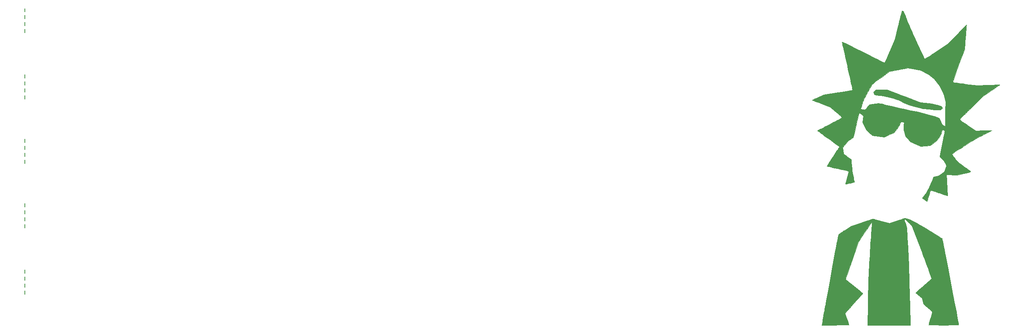
<source format=gbr>
G04 #@! TF.GenerationSoftware,KiCad,Pcbnew,(5.1.2-1)-1*
G04 #@! TF.CreationDate,2020-02-22T14:08:41-06:00*
G04 #@! TF.ProjectId,therick64BASP_bottom_plate,74686572-6963-46b3-9634-424153505f62,rev?*
G04 #@! TF.SameCoordinates,Original*
G04 #@! TF.FileFunction,Legend,Bot*
G04 #@! TF.FilePolarity,Positive*
%FSLAX46Y46*%
G04 Gerber Fmt 4.6, Leading zero omitted, Abs format (unit mm)*
G04 Created by KiCad (PCBNEW (5.1.2-1)-1) date 2020-02-22 14:08:41*
%MOMM*%
%LPD*%
G04 APERTURE LIST*
%ADD10C,0.150000*%
%ADD11C,0.010000*%
G04 APERTURE END LIST*
D10*
X144780000Y-109060000D02*
X144780000Y-109820000D01*
X144780000Y-107540000D02*
X144780000Y-108300000D01*
X144780000Y-106020000D02*
X144780000Y-106780000D01*
X144780000Y-104500000D02*
X144780000Y-105260000D01*
X144780000Y-94620000D02*
X144780000Y-95380000D01*
X144780000Y-93100000D02*
X144780000Y-93860000D01*
X144780000Y-91580000D02*
X144780000Y-92340000D01*
X144780000Y-90060000D02*
X144780000Y-90820000D01*
X144780000Y-80560000D02*
X144780000Y-81320000D01*
X144780000Y-79040000D02*
X144780000Y-79800000D01*
X144780000Y-77520000D02*
X144780000Y-78280000D01*
X144780000Y-76000000D02*
X144780000Y-76760000D01*
X144780000Y-66500000D02*
X144780000Y-67260000D01*
X144780000Y-64980000D02*
X144780000Y-65740000D01*
X144780000Y-63460000D02*
X144780000Y-64220000D01*
X144780000Y-61940000D02*
X144780000Y-62700000D01*
X144780000Y-52060000D02*
X144780000Y-52820000D01*
X144780000Y-50540000D02*
X144780000Y-51300000D01*
X144780000Y-49020000D02*
X144780000Y-49780000D01*
X144780000Y-47500000D02*
X144780000Y-48260000D01*
D11*
G36*
X330150902Y-65467999D02*
G01*
X329872778Y-65740957D01*
X329986787Y-66031200D01*
X330036739Y-66151213D01*
X330091360Y-66242017D01*
X330169011Y-66310158D01*
X330288048Y-66362180D01*
X330466831Y-66404631D01*
X330723717Y-66444054D01*
X331077065Y-66486997D01*
X331352899Y-66518289D01*
X332050353Y-66616504D01*
X332777939Y-66754476D01*
X333510465Y-66925133D01*
X334222737Y-67121404D01*
X334889562Y-67336217D01*
X335485749Y-67562500D01*
X335986104Y-67793183D01*
X336086750Y-67847097D01*
X336763908Y-68180250D01*
X337557630Y-68496028D01*
X338458275Y-68791225D01*
X339456198Y-69062636D01*
X340373000Y-69272088D01*
X340744550Y-69344150D01*
X341134258Y-69406525D01*
X341561074Y-69461192D01*
X342043949Y-69510131D01*
X342601831Y-69555320D01*
X343253671Y-69598737D01*
X343810141Y-69631026D01*
X344516782Y-69670076D01*
X344742799Y-69471631D01*
X344968816Y-69273185D01*
X344836501Y-69048929D01*
X344775096Y-68950169D01*
X344710937Y-68874301D01*
X344623436Y-68811828D01*
X344492008Y-68753252D01*
X344296064Y-68689077D01*
X344015018Y-68609806D01*
X343702357Y-68525738D01*
X343225137Y-68415588D01*
X342664647Y-68319264D01*
X342002624Y-68233800D01*
X341717155Y-68203198D01*
X341236792Y-68151503D01*
X340850924Y-68102362D01*
X340527331Y-68049852D01*
X340233790Y-67988052D01*
X339938080Y-67911042D01*
X339629588Y-67819566D01*
X339255451Y-67697460D01*
X338860895Y-67557269D01*
X338494610Y-67416900D01*
X338221933Y-67301856D01*
X338031147Y-67220412D01*
X337738186Y-67101950D01*
X337360149Y-66953082D01*
X336914131Y-66780421D01*
X336417230Y-66590579D01*
X335886543Y-66390167D01*
X335339166Y-66185797D01*
X335265058Y-66158315D01*
X332887616Y-65277382D01*
X331658321Y-65236212D01*
X330429025Y-65195042D01*
X330150902Y-65467999D01*
X330150902Y-65467999D01*
G37*
X330150902Y-65467999D02*
X329872778Y-65740957D01*
X329986787Y-66031200D01*
X330036739Y-66151213D01*
X330091360Y-66242017D01*
X330169011Y-66310158D01*
X330288048Y-66362180D01*
X330466831Y-66404631D01*
X330723717Y-66444054D01*
X331077065Y-66486997D01*
X331352899Y-66518289D01*
X332050353Y-66616504D01*
X332777939Y-66754476D01*
X333510465Y-66925133D01*
X334222737Y-67121404D01*
X334889562Y-67336217D01*
X335485749Y-67562500D01*
X335986104Y-67793183D01*
X336086750Y-67847097D01*
X336763908Y-68180250D01*
X337557630Y-68496028D01*
X338458275Y-68791225D01*
X339456198Y-69062636D01*
X340373000Y-69272088D01*
X340744550Y-69344150D01*
X341134258Y-69406525D01*
X341561074Y-69461192D01*
X342043949Y-69510131D01*
X342601831Y-69555320D01*
X343253671Y-69598737D01*
X343810141Y-69631026D01*
X344516782Y-69670076D01*
X344742799Y-69471631D01*
X344968816Y-69273185D01*
X344836501Y-69048929D01*
X344775096Y-68950169D01*
X344710937Y-68874301D01*
X344623436Y-68811828D01*
X344492008Y-68753252D01*
X344296064Y-68689077D01*
X344015018Y-68609806D01*
X343702357Y-68525738D01*
X343225137Y-68415588D01*
X342664647Y-68319264D01*
X342002624Y-68233800D01*
X341717155Y-68203198D01*
X341236792Y-68151503D01*
X340850924Y-68102362D01*
X340527331Y-68049852D01*
X340233790Y-67988052D01*
X339938080Y-67911042D01*
X339629588Y-67819566D01*
X339255451Y-67697460D01*
X338860895Y-67557269D01*
X338494610Y-67416900D01*
X338221933Y-67301856D01*
X338031147Y-67220412D01*
X337738186Y-67101950D01*
X337360149Y-66953082D01*
X336914131Y-66780421D01*
X336417230Y-66590579D01*
X335886543Y-66390167D01*
X335339166Y-66185797D01*
X335265058Y-66158315D01*
X332887616Y-65277382D01*
X331658321Y-65236212D01*
X330429025Y-65195042D01*
X330150902Y-65467999D01*
G36*
X336122403Y-48019071D02*
G01*
X336086750Y-48040967D01*
X336072217Y-48107509D01*
X336030495Y-48285700D01*
X335964407Y-48563784D01*
X335876774Y-48930008D01*
X335770416Y-49372617D01*
X335648154Y-49879855D01*
X335512809Y-50439967D01*
X335367202Y-51041200D01*
X335325897Y-51211522D01*
X334565043Y-54347983D01*
X333468522Y-56860383D01*
X333201668Y-57467344D01*
X332961580Y-58004449D01*
X332751888Y-58463983D01*
X332576221Y-58838228D01*
X332438209Y-59119468D01*
X332341483Y-59299989D01*
X332289672Y-59372074D01*
X332286415Y-59373078D01*
X332217708Y-59345112D01*
X332044361Y-59263967D01*
X331774997Y-59133921D01*
X331418237Y-58959248D01*
X330982704Y-58744224D01*
X330477020Y-58493124D01*
X329909806Y-58210223D01*
X329289685Y-57899796D01*
X328625279Y-57566119D01*
X327925210Y-57213468D01*
X327600563Y-57049582D01*
X326761346Y-56626002D01*
X326028426Y-56256936D01*
X325394994Y-55939139D01*
X324854240Y-55669369D01*
X324399355Y-55444381D01*
X324023529Y-55260930D01*
X323719954Y-55115774D01*
X323481820Y-55005667D01*
X323302318Y-54927367D01*
X323174639Y-54877628D01*
X323091973Y-54853207D01*
X323047510Y-54850860D01*
X323034443Y-54867343D01*
X323035439Y-54874707D01*
X323081777Y-55075365D01*
X323149659Y-55375388D01*
X323236674Y-55763775D01*
X323340412Y-56229523D01*
X323458461Y-56761630D01*
X323588410Y-57349094D01*
X323727847Y-57980913D01*
X323874361Y-58646085D01*
X324025541Y-59333607D01*
X324178975Y-60032478D01*
X324332253Y-60731696D01*
X324482964Y-61420258D01*
X324628695Y-62087163D01*
X324767035Y-62721408D01*
X324895575Y-63311991D01*
X325011901Y-63847910D01*
X325113603Y-64318163D01*
X325198270Y-64711748D01*
X325263490Y-65017662D01*
X325306852Y-65224904D01*
X325325945Y-65322472D01*
X325326574Y-65328717D01*
X325261916Y-65342416D01*
X325083876Y-65374248D01*
X324804468Y-65422206D01*
X324435703Y-65484283D01*
X323989593Y-65558473D01*
X323478150Y-65642770D01*
X322913387Y-65735166D01*
X322307315Y-65833655D01*
X322193569Y-65852069D01*
X319080220Y-66355764D01*
X317804485Y-66911343D01*
X317432830Y-67074645D01*
X317103826Y-67221975D01*
X316834173Y-67345626D01*
X316640568Y-67437892D01*
X316539712Y-67491064D01*
X316529017Y-67500024D01*
X316586225Y-67529599D01*
X316748505Y-67598359D01*
X317002041Y-67700831D01*
X317333014Y-67831541D01*
X317727607Y-67985018D01*
X318172003Y-68155789D01*
X318502093Y-68281467D01*
X320474902Y-69029810D01*
X321772076Y-70144389D01*
X322114858Y-70440467D01*
X322423662Y-70710164D01*
X322685995Y-70942328D01*
X322889364Y-71125807D01*
X323021274Y-71249448D01*
X323069233Y-71302100D01*
X323069250Y-71302338D01*
X323015161Y-71342126D01*
X322862211Y-71432770D01*
X322624377Y-71566849D01*
X322315636Y-71736939D01*
X321949966Y-71935616D01*
X321541343Y-72155458D01*
X321103743Y-72389040D01*
X320651145Y-72628941D01*
X320197525Y-72867735D01*
X319756861Y-73098001D01*
X319343128Y-73312315D01*
X318970304Y-73503253D01*
X318652367Y-73663392D01*
X318403292Y-73785309D01*
X318322625Y-73823309D01*
X318063497Y-73947193D01*
X317853308Y-74055217D01*
X317715226Y-74134962D01*
X317671750Y-74172149D01*
X317721836Y-74217613D01*
X317865276Y-74329059D01*
X318091844Y-74498982D01*
X318391316Y-74719879D01*
X318753465Y-74984243D01*
X319168067Y-75284572D01*
X319624896Y-75613360D01*
X320053000Y-75919765D01*
X320538686Y-76267950D01*
X320991074Y-76595064D01*
X321399927Y-76893502D01*
X321755008Y-77155659D01*
X322046081Y-77373933D01*
X322262910Y-77540719D01*
X322395256Y-77648414D01*
X322433710Y-77688196D01*
X322399786Y-77754786D01*
X322303294Y-77915404D01*
X322151783Y-78158191D01*
X321952802Y-78471284D01*
X321713902Y-78842825D01*
X321442630Y-79260951D01*
X321146538Y-79713803D01*
X321076541Y-79820375D01*
X320777012Y-80277338D01*
X320501403Y-80700337D01*
X320257102Y-81077844D01*
X320051494Y-81398329D01*
X319891967Y-81650265D01*
X319785907Y-81822123D01*
X319740700Y-81902376D01*
X319739741Y-81906743D01*
X319804030Y-81925206D01*
X319978691Y-81968074D01*
X320250121Y-82032195D01*
X320604717Y-82114419D01*
X321028876Y-82211595D01*
X321508996Y-82320573D01*
X322031474Y-82438202D01*
X322118928Y-82457802D01*
X322647090Y-82576537D01*
X323135197Y-82687113D01*
X323569628Y-82786379D01*
X323936762Y-82871188D01*
X324222977Y-82938387D01*
X324414652Y-82984828D01*
X324498165Y-83007361D01*
X324500584Y-83008541D01*
X324491237Y-83073523D01*
X324452802Y-83243454D01*
X324389646Y-83500770D01*
X324306134Y-83827905D01*
X324206631Y-84207294D01*
X324148750Y-84424125D01*
X324042170Y-84823490D01*
X323948494Y-85179219D01*
X323872205Y-85473902D01*
X323817783Y-85690131D01*
X323789708Y-85810496D01*
X323787059Y-85829487D01*
X323850135Y-85820685D01*
X324010742Y-85787192D01*
X324243207Y-85735123D01*
X324521853Y-85670596D01*
X324821006Y-85599728D01*
X325114992Y-85528636D01*
X325378135Y-85463437D01*
X325584761Y-85410248D01*
X325709196Y-85375186D01*
X325733382Y-85365773D01*
X325732589Y-85295674D01*
X325692646Y-85157910D01*
X325684545Y-85136076D01*
X325652192Y-85016731D01*
X325603533Y-84792388D01*
X325542512Y-84483423D01*
X325473074Y-84110214D01*
X325399163Y-83693136D01*
X325354038Y-83428691D01*
X325259126Y-82843683D01*
X325189002Y-82360271D01*
X325141097Y-81956032D01*
X325112844Y-81608543D01*
X325101675Y-81295381D01*
X325101250Y-81221248D01*
X325101250Y-80517237D01*
X324244000Y-79881571D01*
X323960844Y-79670521D01*
X323717127Y-79486801D01*
X323529569Y-79343180D01*
X323414886Y-79252430D01*
X323386750Y-79226693D01*
X323378473Y-79159923D01*
X323356059Y-78993971D01*
X323323135Y-78755405D01*
X323291288Y-78527425D01*
X323195825Y-77847369D01*
X323772800Y-77118668D01*
X324017579Y-76815078D01*
X324213769Y-76589469D01*
X324387480Y-76417114D01*
X324564823Y-76273285D01*
X324771908Y-76133254D01*
X324892350Y-76058409D01*
X325129486Y-75904381D01*
X325326170Y-75759661D01*
X325455590Y-75644877D01*
X325489894Y-75598738D01*
X325519669Y-75501366D01*
X325572547Y-75299769D01*
X325643682Y-75013611D01*
X325728228Y-74662552D01*
X325821337Y-74266255D01*
X325865836Y-74073625D01*
X326008539Y-73457506D01*
X326148907Y-72860827D01*
X326283799Y-72296235D01*
X326410075Y-71776379D01*
X326524594Y-71313908D01*
X326624216Y-70921471D01*
X326705800Y-70611715D01*
X326766204Y-70397289D01*
X326802289Y-70290842D01*
X326807178Y-70282545D01*
X326869092Y-70301667D01*
X326999679Y-70390899D01*
X327175194Y-70533244D01*
X327253726Y-70602202D01*
X327659693Y-70966438D01*
X327601658Y-71649528D01*
X327543624Y-72332619D01*
X327920845Y-73156942D01*
X328298066Y-73981266D01*
X329641500Y-75228776D01*
X330930744Y-75384425D01*
X332219987Y-75540074D01*
X333294687Y-75092599D01*
X334369386Y-74645125D01*
X334904229Y-73949833D01*
X335235988Y-73492010D01*
X335482025Y-73089474D01*
X335646837Y-72743333D01*
X335742105Y-72510999D01*
X335818653Y-72328193D01*
X335864533Y-72223285D01*
X335871673Y-72209419D01*
X335937122Y-72211096D01*
X336087055Y-72239692D01*
X336215880Y-72270557D01*
X336543016Y-72354399D01*
X336495232Y-72991762D01*
X336473221Y-73281561D01*
X336460385Y-73496309D01*
X336460524Y-73667649D01*
X336477443Y-73827225D01*
X336514942Y-74006680D01*
X336576824Y-74237656D01*
X336666891Y-74551797D01*
X336694034Y-74646259D01*
X336930431Y-75470625D01*
X337426359Y-76013248D01*
X337922286Y-76555871D01*
X339052393Y-77066307D01*
X340182500Y-77576744D01*
X341198500Y-77505023D01*
X342214500Y-77433303D01*
X342881250Y-76974340D01*
X343188882Y-76756049D01*
X343423988Y-76568055D01*
X343622929Y-76375473D01*
X343822068Y-76143423D01*
X344034568Y-75867938D01*
X344266893Y-75548021D01*
X344436852Y-75282419D01*
X344566751Y-75030788D01*
X344678896Y-74752788D01*
X344727139Y-74615312D01*
X344815426Y-74358797D01*
X344888645Y-74151379D01*
X344937265Y-74019761D01*
X344951323Y-73987289D01*
X345014042Y-73997497D01*
X345151206Y-74049826D01*
X345224722Y-74082539D01*
X345398251Y-74186459D01*
X345457054Y-74281672D01*
X345455101Y-74295875D01*
X345420245Y-74445135D01*
X345365841Y-74697227D01*
X345296295Y-75030260D01*
X345216011Y-75422345D01*
X345129396Y-75851592D01*
X345040854Y-76296111D01*
X344954792Y-76734014D01*
X344875615Y-77143410D01*
X344807728Y-77502410D01*
X344785241Y-77624161D01*
X344708932Y-78035894D01*
X344629070Y-78458197D01*
X344553078Y-78852371D01*
X344488379Y-79179715D01*
X344462444Y-79306911D01*
X344336298Y-79915625D01*
X344871012Y-80423625D01*
X345116517Y-80663166D01*
X345289689Y-80853229D01*
X345414772Y-81026808D01*
X345516013Y-81216893D01*
X345602750Y-81419350D01*
X345799773Y-81907075D01*
X345587314Y-82498850D01*
X345374854Y-83090625D01*
X344707202Y-83578306D01*
X344428844Y-83779448D01*
X344222605Y-83918570D01*
X344058951Y-84009786D01*
X343908349Y-84067207D01*
X343741264Y-84104945D01*
X343541641Y-84135241D01*
X343302516Y-84173340D01*
X343115028Y-84212252D01*
X343012468Y-84244818D01*
X343004261Y-84250809D01*
X342967724Y-84326088D01*
X342898886Y-84494723D01*
X342808150Y-84730463D01*
X342721625Y-84963875D01*
X342507555Y-85504560D01*
X342249657Y-86081210D01*
X341963229Y-86664406D01*
X341663571Y-87224728D01*
X341365981Y-87732759D01*
X341085761Y-88159079D01*
X340996487Y-88281078D01*
X340817163Y-88521179D01*
X340672259Y-88721556D01*
X340575661Y-88862530D01*
X340541257Y-88924423D01*
X340541744Y-88925486D01*
X340601472Y-88963559D01*
X340744441Y-89053605D01*
X340946219Y-89180255D01*
X341086206Y-89267957D01*
X341608911Y-89595220D01*
X341714533Y-89232172D01*
X341773061Y-89029679D01*
X341855596Y-88742393D01*
X341951422Y-88407684D01*
X342049825Y-88062920D01*
X342055323Y-88043625D01*
X342167835Y-87671448D01*
X342263589Y-87401735D01*
X342339496Y-87242456D01*
X342382000Y-87200168D01*
X342463438Y-87215318D01*
X342649129Y-87266911D01*
X342923259Y-87350007D01*
X343270012Y-87459670D01*
X343673573Y-87590961D01*
X344118126Y-87738943D01*
X344248367Y-87782890D01*
X344697430Y-87934055D01*
X345105982Y-88070019D01*
X345459010Y-88185911D01*
X345741503Y-88276860D01*
X345938449Y-88337996D01*
X346034835Y-88364446D01*
X346041936Y-88364856D01*
X346043199Y-88299617D01*
X346037964Y-88125436D01*
X346027160Y-87860153D01*
X346011713Y-87521608D01*
X345992552Y-87127642D01*
X345970603Y-86696095D01*
X345946795Y-86244807D01*
X345922056Y-85791620D01*
X345897312Y-85354372D01*
X345873491Y-84950905D01*
X345851522Y-84599059D01*
X345832331Y-84316674D01*
X345829316Y-84275573D01*
X345789904Y-83746021D01*
X348183500Y-83833707D01*
X349612250Y-83501949D01*
X350021745Y-83405404D01*
X350389907Y-83315822D01*
X350698634Y-83237837D01*
X350929821Y-83176079D01*
X351065363Y-83135183D01*
X351092716Y-83123142D01*
X351059627Y-83073576D01*
X350937354Y-82962454D01*
X350740410Y-82801543D01*
X350483306Y-82602612D01*
X350180553Y-82377429D01*
X350108466Y-82324957D01*
X349609457Y-81962905D01*
X349200675Y-81664505D01*
X348869606Y-81418752D01*
X348603739Y-81214642D01*
X348390560Y-81041171D01*
X348217556Y-80887334D01*
X348072214Y-80742126D01*
X347942021Y-80594544D01*
X347814465Y-80433583D01*
X347677032Y-80248238D01*
X347554156Y-80078595D01*
X347361030Y-79805819D01*
X347199954Y-79567548D01*
X347083491Y-79383235D01*
X347024205Y-79272331D01*
X347019669Y-79251087D01*
X347075891Y-79205879D01*
X347228717Y-79099731D01*
X347467456Y-78939654D01*
X347781418Y-78732660D01*
X348159914Y-78485760D01*
X348592254Y-78205965D01*
X349067749Y-77900286D01*
X349517000Y-77613145D01*
X350177925Y-77193567D01*
X350752756Y-76833040D01*
X351261059Y-76520148D01*
X351722397Y-76243477D01*
X352156337Y-75991610D01*
X352582442Y-75753133D01*
X353020276Y-75516631D01*
X353489405Y-75270687D01*
X353846683Y-75086902D01*
X354290755Y-74858902D01*
X354695386Y-74649351D01*
X355047524Y-74465150D01*
X355334118Y-74313200D01*
X355542117Y-74200401D01*
X355658471Y-74133654D01*
X355678747Y-74118204D01*
X355612300Y-74115090D01*
X355435557Y-74116984D01*
X355165101Y-74123426D01*
X354817518Y-74133959D01*
X354409393Y-74148126D01*
X353957311Y-74165470D01*
X353938600Y-74166221D01*
X352219572Y-74235357D01*
X350439661Y-73015920D01*
X350019200Y-72726705D01*
X349634150Y-72459632D01*
X349296587Y-72223246D01*
X349018584Y-72026098D01*
X348812216Y-71876733D01*
X348689558Y-71783701D01*
X348659750Y-71755883D01*
X348703571Y-71704928D01*
X348829675Y-71572791D01*
X349030026Y-71367574D01*
X349296587Y-71097375D01*
X349621322Y-70770295D01*
X349996193Y-70394435D01*
X350413165Y-69977895D01*
X350864200Y-69528775D01*
X351215686Y-69179703D01*
X352555434Y-67850625D01*
X345628722Y-67850625D01*
X345575422Y-69882625D01*
X345562269Y-70414821D01*
X345550819Y-70938271D01*
X345541449Y-71430824D01*
X345534532Y-71870325D01*
X345530444Y-72234624D01*
X345529558Y-72501567D01*
X345530045Y-72565500D01*
X345531030Y-72835640D01*
X345527434Y-73051019D01*
X345519967Y-73185091D01*
X345512592Y-73216375D01*
X345450112Y-73184848D01*
X345312488Y-73102681D01*
X345151586Y-73001674D01*
X345004298Y-72902099D01*
X344892768Y-72805024D01*
X344798256Y-72683970D01*
X344702021Y-72512460D01*
X344585326Y-72264014D01*
X344510308Y-72095560D01*
X344204661Y-71404147D01*
X343336581Y-71106195D01*
X342734167Y-70912597D01*
X342014074Y-70704431D01*
X341184529Y-70483745D01*
X340253760Y-70252587D01*
X339229997Y-70013006D01*
X338121466Y-69767051D01*
X337033523Y-69536841D01*
X336401191Y-69404086D01*
X335727807Y-69259448D01*
X335042502Y-69109404D01*
X334374407Y-68960431D01*
X333752654Y-68819005D01*
X333206374Y-68691603D01*
X332891208Y-68615877D01*
X332432689Y-68506097D01*
X332003650Y-68407533D01*
X331622757Y-68324146D01*
X331308675Y-68259900D01*
X331080068Y-68218757D01*
X330955602Y-68204680D01*
X330954458Y-68204699D01*
X330803657Y-68216839D01*
X330560003Y-68246519D01*
X330255746Y-68289430D01*
X329923141Y-68341266D01*
X329884720Y-68347574D01*
X329048440Y-68485625D01*
X328559217Y-69041250D01*
X328358299Y-69260543D01*
X328179866Y-69439022D01*
X328044164Y-69557461D01*
X327974069Y-69596875D01*
X327839021Y-69585135D01*
X327648043Y-69555080D01*
X327438441Y-69514455D01*
X327247518Y-69471006D01*
X327112579Y-69432478D01*
X327069750Y-69409110D01*
X327088957Y-69338955D01*
X327142167Y-69168980D01*
X327222766Y-68919693D01*
X327324140Y-68611605D01*
X327412933Y-68345003D01*
X327523912Y-68020497D01*
X327627768Y-67737520D01*
X327735008Y-67473875D01*
X327856140Y-67207365D01*
X328001673Y-66915794D01*
X328182115Y-66576965D01*
X328407973Y-66168680D01*
X328629389Y-65775417D01*
X328862732Y-65364136D01*
X329081129Y-64981764D01*
X329275236Y-64644461D01*
X329435710Y-64368385D01*
X329553207Y-64169694D01*
X329618382Y-64064547D01*
X329620483Y-64061482D01*
X329698559Y-63985191D01*
X329867279Y-63844931D01*
X330113899Y-63650483D01*
X330425674Y-63411634D01*
X330789860Y-63138167D01*
X331193712Y-62839866D01*
X331545457Y-62583644D01*
X333352611Y-61275450D01*
X337417707Y-60512624D01*
X338831854Y-60763985D01*
X340246000Y-61015345D01*
X341140454Y-61480235D01*
X341678897Y-61781270D01*
X342160616Y-62100491D01*
X342611937Y-62459546D01*
X343059185Y-62880079D01*
X343528688Y-63383737D01*
X343713859Y-63596125D01*
X344226610Y-64257436D01*
X344649834Y-64950467D01*
X344996826Y-65701328D01*
X345280881Y-66536126D01*
X345363113Y-66834625D01*
X345628722Y-67850625D01*
X352555434Y-67850625D01*
X353771621Y-66644125D01*
X355597985Y-65411966D01*
X356023788Y-65123547D01*
X356412992Y-64857698D01*
X356753808Y-64622646D01*
X357034444Y-64426617D01*
X357243110Y-64277837D01*
X357368017Y-64184532D01*
X357399549Y-64155006D01*
X357332733Y-64151965D01*
X357152925Y-64153942D01*
X356874017Y-64160522D01*
X356509902Y-64171286D01*
X356074470Y-64185820D01*
X355581614Y-64203705D01*
X355045226Y-64224526D01*
X354938124Y-64228836D01*
X352501500Y-64327468D01*
X350056750Y-64010394D01*
X349382974Y-63923002D01*
X348824347Y-63850281D01*
X348370086Y-63790458D01*
X348009411Y-63741761D01*
X347731539Y-63702414D01*
X347525688Y-63670647D01*
X347381077Y-63644684D01*
X347286924Y-63622753D01*
X347232446Y-63603080D01*
X347206863Y-63583893D01*
X347199391Y-63563417D01*
X347199250Y-63540419D01*
X347220218Y-63467370D01*
X347280610Y-63285605D01*
X347376658Y-63005841D01*
X347504594Y-62638791D01*
X347660649Y-62195170D01*
X347841057Y-61685693D01*
X348042049Y-61121075D01*
X348259856Y-60512031D01*
X348470805Y-59924593D01*
X349742359Y-56390468D01*
X349964823Y-53745606D01*
X350011931Y-53180443D01*
X350054811Y-52656086D01*
X350092447Y-52185704D01*
X350123823Y-51782470D01*
X350147924Y-51459554D01*
X350163733Y-51230128D01*
X350170235Y-51107364D01*
X350169643Y-51090069D01*
X350123232Y-51131919D01*
X349997503Y-51255941D01*
X349801429Y-51453019D01*
X349543982Y-51714037D01*
X349234135Y-52029875D01*
X348880861Y-52391419D01*
X348493132Y-52789549D01*
X348190261Y-53101375D01*
X346228522Y-55123355D01*
X343715643Y-56813404D01*
X343208630Y-57153547D01*
X342731808Y-57471797D01*
X342295899Y-57761115D01*
X341911624Y-58014461D01*
X341589705Y-58224794D01*
X341340864Y-58385074D01*
X341175824Y-58488263D01*
X341105383Y-58527300D01*
X341071053Y-58503800D01*
X341011628Y-58418004D01*
X340924086Y-58263715D01*
X340805404Y-58034731D01*
X340652561Y-57724853D01*
X340462536Y-57327882D01*
X340232306Y-56837618D01*
X339958851Y-56247862D01*
X339639148Y-55552413D01*
X339390784Y-55009386D01*
X339035002Y-54230106D01*
X338726965Y-53554846D01*
X338461651Y-52972109D01*
X338234039Y-52470396D01*
X338039106Y-52038209D01*
X337871832Y-51664049D01*
X337727193Y-51336419D01*
X337600168Y-51043819D01*
X337485735Y-50774753D01*
X337378873Y-50517720D01*
X337274559Y-50261224D01*
X337167772Y-49993765D01*
X337053490Y-49703846D01*
X336926691Y-49379968D01*
X336880198Y-49260999D01*
X336715780Y-48842955D01*
X336588725Y-48529030D01*
X336491517Y-48304541D01*
X336416641Y-48154800D01*
X336356583Y-48065122D01*
X336303828Y-48020820D01*
X336250860Y-48007209D01*
X336238453Y-48006875D01*
X336122403Y-48019071D01*
X336122403Y-48019071D01*
G37*
X336122403Y-48019071D02*
X336086750Y-48040967D01*
X336072217Y-48107509D01*
X336030495Y-48285700D01*
X335964407Y-48563784D01*
X335876774Y-48930008D01*
X335770416Y-49372617D01*
X335648154Y-49879855D01*
X335512809Y-50439967D01*
X335367202Y-51041200D01*
X335325897Y-51211522D01*
X334565043Y-54347983D01*
X333468522Y-56860383D01*
X333201668Y-57467344D01*
X332961580Y-58004449D01*
X332751888Y-58463983D01*
X332576221Y-58838228D01*
X332438209Y-59119468D01*
X332341483Y-59299989D01*
X332289672Y-59372074D01*
X332286415Y-59373078D01*
X332217708Y-59345112D01*
X332044361Y-59263967D01*
X331774997Y-59133921D01*
X331418237Y-58959248D01*
X330982704Y-58744224D01*
X330477020Y-58493124D01*
X329909806Y-58210223D01*
X329289685Y-57899796D01*
X328625279Y-57566119D01*
X327925210Y-57213468D01*
X327600563Y-57049582D01*
X326761346Y-56626002D01*
X326028426Y-56256936D01*
X325394994Y-55939139D01*
X324854240Y-55669369D01*
X324399355Y-55444381D01*
X324023529Y-55260930D01*
X323719954Y-55115774D01*
X323481820Y-55005667D01*
X323302318Y-54927367D01*
X323174639Y-54877628D01*
X323091973Y-54853207D01*
X323047510Y-54850860D01*
X323034443Y-54867343D01*
X323035439Y-54874707D01*
X323081777Y-55075365D01*
X323149659Y-55375388D01*
X323236674Y-55763775D01*
X323340412Y-56229523D01*
X323458461Y-56761630D01*
X323588410Y-57349094D01*
X323727847Y-57980913D01*
X323874361Y-58646085D01*
X324025541Y-59333607D01*
X324178975Y-60032478D01*
X324332253Y-60731696D01*
X324482964Y-61420258D01*
X324628695Y-62087163D01*
X324767035Y-62721408D01*
X324895575Y-63311991D01*
X325011901Y-63847910D01*
X325113603Y-64318163D01*
X325198270Y-64711748D01*
X325263490Y-65017662D01*
X325306852Y-65224904D01*
X325325945Y-65322472D01*
X325326574Y-65328717D01*
X325261916Y-65342416D01*
X325083876Y-65374248D01*
X324804468Y-65422206D01*
X324435703Y-65484283D01*
X323989593Y-65558473D01*
X323478150Y-65642770D01*
X322913387Y-65735166D01*
X322307315Y-65833655D01*
X322193569Y-65852069D01*
X319080220Y-66355764D01*
X317804485Y-66911343D01*
X317432830Y-67074645D01*
X317103826Y-67221975D01*
X316834173Y-67345626D01*
X316640568Y-67437892D01*
X316539712Y-67491064D01*
X316529017Y-67500024D01*
X316586225Y-67529599D01*
X316748505Y-67598359D01*
X317002041Y-67700831D01*
X317333014Y-67831541D01*
X317727607Y-67985018D01*
X318172003Y-68155789D01*
X318502093Y-68281467D01*
X320474902Y-69029810D01*
X321772076Y-70144389D01*
X322114858Y-70440467D01*
X322423662Y-70710164D01*
X322685995Y-70942328D01*
X322889364Y-71125807D01*
X323021274Y-71249448D01*
X323069233Y-71302100D01*
X323069250Y-71302338D01*
X323015161Y-71342126D01*
X322862211Y-71432770D01*
X322624377Y-71566849D01*
X322315636Y-71736939D01*
X321949966Y-71935616D01*
X321541343Y-72155458D01*
X321103743Y-72389040D01*
X320651145Y-72628941D01*
X320197525Y-72867735D01*
X319756861Y-73098001D01*
X319343128Y-73312315D01*
X318970304Y-73503253D01*
X318652367Y-73663392D01*
X318403292Y-73785309D01*
X318322625Y-73823309D01*
X318063497Y-73947193D01*
X317853308Y-74055217D01*
X317715226Y-74134962D01*
X317671750Y-74172149D01*
X317721836Y-74217613D01*
X317865276Y-74329059D01*
X318091844Y-74498982D01*
X318391316Y-74719879D01*
X318753465Y-74984243D01*
X319168067Y-75284572D01*
X319624896Y-75613360D01*
X320053000Y-75919765D01*
X320538686Y-76267950D01*
X320991074Y-76595064D01*
X321399927Y-76893502D01*
X321755008Y-77155659D01*
X322046081Y-77373933D01*
X322262910Y-77540719D01*
X322395256Y-77648414D01*
X322433710Y-77688196D01*
X322399786Y-77754786D01*
X322303294Y-77915404D01*
X322151783Y-78158191D01*
X321952802Y-78471284D01*
X321713902Y-78842825D01*
X321442630Y-79260951D01*
X321146538Y-79713803D01*
X321076541Y-79820375D01*
X320777012Y-80277338D01*
X320501403Y-80700337D01*
X320257102Y-81077844D01*
X320051494Y-81398329D01*
X319891967Y-81650265D01*
X319785907Y-81822123D01*
X319740700Y-81902376D01*
X319739741Y-81906743D01*
X319804030Y-81925206D01*
X319978691Y-81968074D01*
X320250121Y-82032195D01*
X320604717Y-82114419D01*
X321028876Y-82211595D01*
X321508996Y-82320573D01*
X322031474Y-82438202D01*
X322118928Y-82457802D01*
X322647090Y-82576537D01*
X323135197Y-82687113D01*
X323569628Y-82786379D01*
X323936762Y-82871188D01*
X324222977Y-82938387D01*
X324414652Y-82984828D01*
X324498165Y-83007361D01*
X324500584Y-83008541D01*
X324491237Y-83073523D01*
X324452802Y-83243454D01*
X324389646Y-83500770D01*
X324306134Y-83827905D01*
X324206631Y-84207294D01*
X324148750Y-84424125D01*
X324042170Y-84823490D01*
X323948494Y-85179219D01*
X323872205Y-85473902D01*
X323817783Y-85690131D01*
X323789708Y-85810496D01*
X323787059Y-85829487D01*
X323850135Y-85820685D01*
X324010742Y-85787192D01*
X324243207Y-85735123D01*
X324521853Y-85670596D01*
X324821006Y-85599728D01*
X325114992Y-85528636D01*
X325378135Y-85463437D01*
X325584761Y-85410248D01*
X325709196Y-85375186D01*
X325733382Y-85365773D01*
X325732589Y-85295674D01*
X325692646Y-85157910D01*
X325684545Y-85136076D01*
X325652192Y-85016731D01*
X325603533Y-84792388D01*
X325542512Y-84483423D01*
X325473074Y-84110214D01*
X325399163Y-83693136D01*
X325354038Y-83428691D01*
X325259126Y-82843683D01*
X325189002Y-82360271D01*
X325141097Y-81956032D01*
X325112844Y-81608543D01*
X325101675Y-81295381D01*
X325101250Y-81221248D01*
X325101250Y-80517237D01*
X324244000Y-79881571D01*
X323960844Y-79670521D01*
X323717127Y-79486801D01*
X323529569Y-79343180D01*
X323414886Y-79252430D01*
X323386750Y-79226693D01*
X323378473Y-79159923D01*
X323356059Y-78993971D01*
X323323135Y-78755405D01*
X323291288Y-78527425D01*
X323195825Y-77847369D01*
X323772800Y-77118668D01*
X324017579Y-76815078D01*
X324213769Y-76589469D01*
X324387480Y-76417114D01*
X324564823Y-76273285D01*
X324771908Y-76133254D01*
X324892350Y-76058409D01*
X325129486Y-75904381D01*
X325326170Y-75759661D01*
X325455590Y-75644877D01*
X325489894Y-75598738D01*
X325519669Y-75501366D01*
X325572547Y-75299769D01*
X325643682Y-75013611D01*
X325728228Y-74662552D01*
X325821337Y-74266255D01*
X325865836Y-74073625D01*
X326008539Y-73457506D01*
X326148907Y-72860827D01*
X326283799Y-72296235D01*
X326410075Y-71776379D01*
X326524594Y-71313908D01*
X326624216Y-70921471D01*
X326705800Y-70611715D01*
X326766204Y-70397289D01*
X326802289Y-70290842D01*
X326807178Y-70282545D01*
X326869092Y-70301667D01*
X326999679Y-70390899D01*
X327175194Y-70533244D01*
X327253726Y-70602202D01*
X327659693Y-70966438D01*
X327601658Y-71649528D01*
X327543624Y-72332619D01*
X327920845Y-73156942D01*
X328298066Y-73981266D01*
X329641500Y-75228776D01*
X330930744Y-75384425D01*
X332219987Y-75540074D01*
X333294687Y-75092599D01*
X334369386Y-74645125D01*
X334904229Y-73949833D01*
X335235988Y-73492010D01*
X335482025Y-73089474D01*
X335646837Y-72743333D01*
X335742105Y-72510999D01*
X335818653Y-72328193D01*
X335864533Y-72223285D01*
X335871673Y-72209419D01*
X335937122Y-72211096D01*
X336087055Y-72239692D01*
X336215880Y-72270557D01*
X336543016Y-72354399D01*
X336495232Y-72991762D01*
X336473221Y-73281561D01*
X336460385Y-73496309D01*
X336460524Y-73667649D01*
X336477443Y-73827225D01*
X336514942Y-74006680D01*
X336576824Y-74237656D01*
X336666891Y-74551797D01*
X336694034Y-74646259D01*
X336930431Y-75470625D01*
X337426359Y-76013248D01*
X337922286Y-76555871D01*
X339052393Y-77066307D01*
X340182500Y-77576744D01*
X341198500Y-77505023D01*
X342214500Y-77433303D01*
X342881250Y-76974340D01*
X343188882Y-76756049D01*
X343423988Y-76568055D01*
X343622929Y-76375473D01*
X343822068Y-76143423D01*
X344034568Y-75867938D01*
X344266893Y-75548021D01*
X344436852Y-75282419D01*
X344566751Y-75030788D01*
X344678896Y-74752788D01*
X344727139Y-74615312D01*
X344815426Y-74358797D01*
X344888645Y-74151379D01*
X344937265Y-74019761D01*
X344951323Y-73987289D01*
X345014042Y-73997497D01*
X345151206Y-74049826D01*
X345224722Y-74082539D01*
X345398251Y-74186459D01*
X345457054Y-74281672D01*
X345455101Y-74295875D01*
X345420245Y-74445135D01*
X345365841Y-74697227D01*
X345296295Y-75030260D01*
X345216011Y-75422345D01*
X345129396Y-75851592D01*
X345040854Y-76296111D01*
X344954792Y-76734014D01*
X344875615Y-77143410D01*
X344807728Y-77502410D01*
X344785241Y-77624161D01*
X344708932Y-78035894D01*
X344629070Y-78458197D01*
X344553078Y-78852371D01*
X344488379Y-79179715D01*
X344462444Y-79306911D01*
X344336298Y-79915625D01*
X344871012Y-80423625D01*
X345116517Y-80663166D01*
X345289689Y-80853229D01*
X345414772Y-81026808D01*
X345516013Y-81216893D01*
X345602750Y-81419350D01*
X345799773Y-81907075D01*
X345587314Y-82498850D01*
X345374854Y-83090625D01*
X344707202Y-83578306D01*
X344428844Y-83779448D01*
X344222605Y-83918570D01*
X344058951Y-84009786D01*
X343908349Y-84067207D01*
X343741264Y-84104945D01*
X343541641Y-84135241D01*
X343302516Y-84173340D01*
X343115028Y-84212252D01*
X343012468Y-84244818D01*
X343004261Y-84250809D01*
X342967724Y-84326088D01*
X342898886Y-84494723D01*
X342808150Y-84730463D01*
X342721625Y-84963875D01*
X342507555Y-85504560D01*
X342249657Y-86081210D01*
X341963229Y-86664406D01*
X341663571Y-87224728D01*
X341365981Y-87732759D01*
X341085761Y-88159079D01*
X340996487Y-88281078D01*
X340817163Y-88521179D01*
X340672259Y-88721556D01*
X340575661Y-88862530D01*
X340541257Y-88924423D01*
X340541744Y-88925486D01*
X340601472Y-88963559D01*
X340744441Y-89053605D01*
X340946219Y-89180255D01*
X341086206Y-89267957D01*
X341608911Y-89595220D01*
X341714533Y-89232172D01*
X341773061Y-89029679D01*
X341855596Y-88742393D01*
X341951422Y-88407684D01*
X342049825Y-88062920D01*
X342055323Y-88043625D01*
X342167835Y-87671448D01*
X342263589Y-87401735D01*
X342339496Y-87242456D01*
X342382000Y-87200168D01*
X342463438Y-87215318D01*
X342649129Y-87266911D01*
X342923259Y-87350007D01*
X343270012Y-87459670D01*
X343673573Y-87590961D01*
X344118126Y-87738943D01*
X344248367Y-87782890D01*
X344697430Y-87934055D01*
X345105982Y-88070019D01*
X345459010Y-88185911D01*
X345741503Y-88276860D01*
X345938449Y-88337996D01*
X346034835Y-88364446D01*
X346041936Y-88364856D01*
X346043199Y-88299617D01*
X346037964Y-88125436D01*
X346027160Y-87860153D01*
X346011713Y-87521608D01*
X345992552Y-87127642D01*
X345970603Y-86696095D01*
X345946795Y-86244807D01*
X345922056Y-85791620D01*
X345897312Y-85354372D01*
X345873491Y-84950905D01*
X345851522Y-84599059D01*
X345832331Y-84316674D01*
X345829316Y-84275573D01*
X345789904Y-83746021D01*
X348183500Y-83833707D01*
X349612250Y-83501949D01*
X350021745Y-83405404D01*
X350389907Y-83315822D01*
X350698634Y-83237837D01*
X350929821Y-83176079D01*
X351065363Y-83135183D01*
X351092716Y-83123142D01*
X351059627Y-83073576D01*
X350937354Y-82962454D01*
X350740410Y-82801543D01*
X350483306Y-82602612D01*
X350180553Y-82377429D01*
X350108466Y-82324957D01*
X349609457Y-81962905D01*
X349200675Y-81664505D01*
X348869606Y-81418752D01*
X348603739Y-81214642D01*
X348390560Y-81041171D01*
X348217556Y-80887334D01*
X348072214Y-80742126D01*
X347942021Y-80594544D01*
X347814465Y-80433583D01*
X347677032Y-80248238D01*
X347554156Y-80078595D01*
X347361030Y-79805819D01*
X347199954Y-79567548D01*
X347083491Y-79383235D01*
X347024205Y-79272331D01*
X347019669Y-79251087D01*
X347075891Y-79205879D01*
X347228717Y-79099731D01*
X347467456Y-78939654D01*
X347781418Y-78732660D01*
X348159914Y-78485760D01*
X348592254Y-78205965D01*
X349067749Y-77900286D01*
X349517000Y-77613145D01*
X350177925Y-77193567D01*
X350752756Y-76833040D01*
X351261059Y-76520148D01*
X351722397Y-76243477D01*
X352156337Y-75991610D01*
X352582442Y-75753133D01*
X353020276Y-75516631D01*
X353489405Y-75270687D01*
X353846683Y-75086902D01*
X354290755Y-74858902D01*
X354695386Y-74649351D01*
X355047524Y-74465150D01*
X355334118Y-74313200D01*
X355542117Y-74200401D01*
X355658471Y-74133654D01*
X355678747Y-74118204D01*
X355612300Y-74115090D01*
X355435557Y-74116984D01*
X355165101Y-74123426D01*
X354817518Y-74133959D01*
X354409393Y-74148126D01*
X353957311Y-74165470D01*
X353938600Y-74166221D01*
X352219572Y-74235357D01*
X350439661Y-73015920D01*
X350019200Y-72726705D01*
X349634150Y-72459632D01*
X349296587Y-72223246D01*
X349018584Y-72026098D01*
X348812216Y-71876733D01*
X348689558Y-71783701D01*
X348659750Y-71755883D01*
X348703571Y-71704928D01*
X348829675Y-71572791D01*
X349030026Y-71367574D01*
X349296587Y-71097375D01*
X349621322Y-70770295D01*
X349996193Y-70394435D01*
X350413165Y-69977895D01*
X350864200Y-69528775D01*
X351215686Y-69179703D01*
X352555434Y-67850625D01*
X345628722Y-67850625D01*
X345575422Y-69882625D01*
X345562269Y-70414821D01*
X345550819Y-70938271D01*
X345541449Y-71430824D01*
X345534532Y-71870325D01*
X345530444Y-72234624D01*
X345529558Y-72501567D01*
X345530045Y-72565500D01*
X345531030Y-72835640D01*
X345527434Y-73051019D01*
X345519967Y-73185091D01*
X345512592Y-73216375D01*
X345450112Y-73184848D01*
X345312488Y-73102681D01*
X345151586Y-73001674D01*
X345004298Y-72902099D01*
X344892768Y-72805024D01*
X344798256Y-72683970D01*
X344702021Y-72512460D01*
X344585326Y-72264014D01*
X344510308Y-72095560D01*
X344204661Y-71404147D01*
X343336581Y-71106195D01*
X342734167Y-70912597D01*
X342014074Y-70704431D01*
X341184529Y-70483745D01*
X340253760Y-70252587D01*
X339229997Y-70013006D01*
X338121466Y-69767051D01*
X337033523Y-69536841D01*
X336401191Y-69404086D01*
X335727807Y-69259448D01*
X335042502Y-69109404D01*
X334374407Y-68960431D01*
X333752654Y-68819005D01*
X333206374Y-68691603D01*
X332891208Y-68615877D01*
X332432689Y-68506097D01*
X332003650Y-68407533D01*
X331622757Y-68324146D01*
X331308675Y-68259900D01*
X331080068Y-68218757D01*
X330955602Y-68204680D01*
X330954458Y-68204699D01*
X330803657Y-68216839D01*
X330560003Y-68246519D01*
X330255746Y-68289430D01*
X329923141Y-68341266D01*
X329884720Y-68347574D01*
X329048440Y-68485625D01*
X328559217Y-69041250D01*
X328358299Y-69260543D01*
X328179866Y-69439022D01*
X328044164Y-69557461D01*
X327974069Y-69596875D01*
X327839021Y-69585135D01*
X327648043Y-69555080D01*
X327438441Y-69514455D01*
X327247518Y-69471006D01*
X327112579Y-69432478D01*
X327069750Y-69409110D01*
X327088957Y-69338955D01*
X327142167Y-69168980D01*
X327222766Y-68919693D01*
X327324140Y-68611605D01*
X327412933Y-68345003D01*
X327523912Y-68020497D01*
X327627768Y-67737520D01*
X327735008Y-67473875D01*
X327856140Y-67207365D01*
X328001673Y-66915794D01*
X328182115Y-66576965D01*
X328407973Y-66168680D01*
X328629389Y-65775417D01*
X328862732Y-65364136D01*
X329081129Y-64981764D01*
X329275236Y-64644461D01*
X329435710Y-64368385D01*
X329553207Y-64169694D01*
X329618382Y-64064547D01*
X329620483Y-64061482D01*
X329698559Y-63985191D01*
X329867279Y-63844931D01*
X330113899Y-63650483D01*
X330425674Y-63411634D01*
X330789860Y-63138167D01*
X331193712Y-62839866D01*
X331545457Y-62583644D01*
X333352611Y-61275450D01*
X337417707Y-60512624D01*
X338831854Y-60763985D01*
X340246000Y-61015345D01*
X341140454Y-61480235D01*
X341678897Y-61781270D01*
X342160616Y-62100491D01*
X342611937Y-62459546D01*
X343059185Y-62880079D01*
X343528688Y-63383737D01*
X343713859Y-63596125D01*
X344226610Y-64257436D01*
X344649834Y-64950467D01*
X344996826Y-65701328D01*
X345280881Y-66536126D01*
X345363113Y-66834625D01*
X345628722Y-67850625D01*
X352555434Y-67850625D01*
X353771621Y-66644125D01*
X355597985Y-65411966D01*
X356023788Y-65123547D01*
X356412992Y-64857698D01*
X356753808Y-64622646D01*
X357034444Y-64426617D01*
X357243110Y-64277837D01*
X357368017Y-64184532D01*
X357399549Y-64155006D01*
X357332733Y-64151965D01*
X357152925Y-64153942D01*
X356874017Y-64160522D01*
X356509902Y-64171286D01*
X356074470Y-64185820D01*
X355581614Y-64203705D01*
X355045226Y-64224526D01*
X354938124Y-64228836D01*
X352501500Y-64327468D01*
X350056750Y-64010394D01*
X349382974Y-63923002D01*
X348824347Y-63850281D01*
X348370086Y-63790458D01*
X348009411Y-63741761D01*
X347731539Y-63702414D01*
X347525688Y-63670647D01*
X347381077Y-63644684D01*
X347286924Y-63622753D01*
X347232446Y-63603080D01*
X347206863Y-63583893D01*
X347199391Y-63563417D01*
X347199250Y-63540419D01*
X347220218Y-63467370D01*
X347280610Y-63285605D01*
X347376658Y-63005841D01*
X347504594Y-62638791D01*
X347660649Y-62195170D01*
X347841057Y-61685693D01*
X348042049Y-61121075D01*
X348259856Y-60512031D01*
X348470805Y-59924593D01*
X349742359Y-56390468D01*
X349964823Y-53745606D01*
X350011931Y-53180443D01*
X350054811Y-52656086D01*
X350092447Y-52185704D01*
X350123823Y-51782470D01*
X350147924Y-51459554D01*
X350163733Y-51230128D01*
X350170235Y-51107364D01*
X350169643Y-51090069D01*
X350123232Y-51131919D01*
X349997503Y-51255941D01*
X349801429Y-51453019D01*
X349543982Y-51714037D01*
X349234135Y-52029875D01*
X348880861Y-52391419D01*
X348493132Y-52789549D01*
X348190261Y-53101375D01*
X346228522Y-55123355D01*
X343715643Y-56813404D01*
X343208630Y-57153547D01*
X342731808Y-57471797D01*
X342295899Y-57761115D01*
X341911624Y-58014461D01*
X341589705Y-58224794D01*
X341340864Y-58385074D01*
X341175824Y-58488263D01*
X341105383Y-58527300D01*
X341071053Y-58503800D01*
X341011628Y-58418004D01*
X340924086Y-58263715D01*
X340805404Y-58034731D01*
X340652561Y-57724853D01*
X340462536Y-57327882D01*
X340232306Y-56837618D01*
X339958851Y-56247862D01*
X339639148Y-55552413D01*
X339390784Y-55009386D01*
X339035002Y-54230106D01*
X338726965Y-53554846D01*
X338461651Y-52972109D01*
X338234039Y-52470396D01*
X338039106Y-52038209D01*
X337871832Y-51664049D01*
X337727193Y-51336419D01*
X337600168Y-51043819D01*
X337485735Y-50774753D01*
X337378873Y-50517720D01*
X337274559Y-50261224D01*
X337167772Y-49993765D01*
X337053490Y-49703846D01*
X336926691Y-49379968D01*
X336880198Y-49260999D01*
X336715780Y-48842955D01*
X336588725Y-48529030D01*
X336491517Y-48304541D01*
X336416641Y-48154800D01*
X336356583Y-48065122D01*
X336303828Y-48020820D01*
X336250860Y-48007209D01*
X336238453Y-48006875D01*
X336122403Y-48019071D01*
G36*
X336595475Y-93261064D02*
G01*
X336583796Y-93283489D01*
X336519872Y-93319266D01*
X336350756Y-93387017D01*
X336092537Y-93481039D01*
X335761306Y-93595634D01*
X335373154Y-93725099D01*
X334962228Y-93857984D01*
X333362200Y-94367865D01*
X331628850Y-93913164D01*
X331179485Y-93793897D01*
X330771194Y-93682876D01*
X330419865Y-93584634D01*
X330141390Y-93503705D01*
X329951658Y-93444625D01*
X329866560Y-93411926D01*
X329863750Y-93409500D01*
X329798956Y-93419125D01*
X329627275Y-93467084D01*
X329361500Y-93549216D01*
X329014424Y-93661363D01*
X328598841Y-93799365D01*
X328127543Y-93959062D01*
X327613324Y-94136295D01*
X327402451Y-94209779D01*
X324972902Y-95059021D01*
X323687701Y-95863691D01*
X323322737Y-96093079D01*
X322991335Y-96303046D01*
X322709524Y-96483302D01*
X322493328Y-96623559D01*
X322358776Y-96713527D01*
X322323052Y-96739834D01*
X322282053Y-96826375D01*
X322226422Y-97012238D01*
X322162959Y-97271564D01*
X322098467Y-97578498D01*
X322087718Y-97634466D01*
X321993325Y-98135490D01*
X321880134Y-98740669D01*
X321750382Y-99437794D01*
X321606305Y-100214657D01*
X321450139Y-101059050D01*
X321284120Y-101958764D01*
X321110484Y-102901591D01*
X320931467Y-103875321D01*
X320749306Y-104867747D01*
X320566236Y-105866661D01*
X320384495Y-106859852D01*
X320206316Y-107835114D01*
X320033938Y-108780237D01*
X319869596Y-109683014D01*
X319715527Y-110531235D01*
X319573965Y-111312692D01*
X319447149Y-112015177D01*
X319337313Y-112626481D01*
X319246693Y-113134396D01*
X319192073Y-113443625D01*
X319088214Y-114034275D01*
X318990130Y-114589908D01*
X318900183Y-115097293D01*
X318820738Y-115543201D01*
X318754156Y-115914403D01*
X318702800Y-116197667D01*
X318669034Y-116379765D01*
X318656204Y-116444000D01*
X318621831Y-116586875D01*
X321575791Y-116586875D01*
X322174645Y-116585943D01*
X322732812Y-116583274D01*
X323237828Y-116579057D01*
X323677229Y-116573480D01*
X324038550Y-116566734D01*
X324309327Y-116559006D01*
X324477095Y-116550487D01*
X324529750Y-116542068D01*
X324509838Y-116470942D01*
X324454317Y-116298866D01*
X324369516Y-116044764D01*
X324261760Y-115727563D01*
X324137377Y-115366188D01*
X324117001Y-115307392D01*
X323990134Y-114937212D01*
X323879062Y-114604611D01*
X323790186Y-114329463D01*
X323729909Y-114131644D01*
X323704632Y-114031029D01*
X323704251Y-114025980D01*
X323745825Y-113961456D01*
X323864804Y-113813361D01*
X324052570Y-113591555D01*
X324300508Y-113305901D01*
X324600001Y-112966257D01*
X324942433Y-112582485D01*
X325319186Y-112164446D01*
X325625125Y-111827743D01*
X326022179Y-111391630D01*
X326392070Y-110984101D01*
X326726152Y-110614771D01*
X327015781Y-110293257D01*
X327252311Y-110029173D01*
X327427097Y-109832135D01*
X327531493Y-109711760D01*
X327558480Y-109677335D01*
X327513333Y-109629342D01*
X327379308Y-109511554D01*
X327167199Y-109332874D01*
X326887805Y-109102208D01*
X326551920Y-108828462D01*
X326170343Y-108520540D01*
X325753868Y-108187347D01*
X325701105Y-108145330D01*
X325280065Y-107807907D01*
X324892148Y-107492594D01*
X324548281Y-107208612D01*
X324259390Y-106965181D01*
X324036403Y-106771519D01*
X323890246Y-106636847D01*
X323831848Y-106570384D01*
X323831250Y-106567642D01*
X323851409Y-106493684D01*
X323909605Y-106309849D01*
X324002422Y-106026307D01*
X324126444Y-105653224D01*
X324278253Y-105200770D01*
X324454432Y-104679111D01*
X324651564Y-104098416D01*
X324866233Y-103468853D01*
X325095020Y-102800589D01*
X325198326Y-102499686D01*
X326565402Y-98521125D01*
X327976451Y-96399333D01*
X328350903Y-95836895D01*
X328661619Y-95371908D01*
X328914698Y-94995746D01*
X329116238Y-94699783D01*
X329272337Y-94475391D01*
X329389093Y-94313947D01*
X329472604Y-94206823D01*
X329528969Y-94145393D01*
X329564285Y-94121032D01*
X329584389Y-94124846D01*
X329584289Y-94190953D01*
X329574592Y-94370489D01*
X329556245Y-94650325D01*
X329530194Y-95017328D01*
X329497386Y-95458367D01*
X329458768Y-95960312D01*
X329415287Y-96510029D01*
X329388463Y-96842495D01*
X329344748Y-97406436D01*
X329296412Y-98075974D01*
X329244800Y-98829844D01*
X329191256Y-99646784D01*
X329137126Y-100505529D01*
X329083754Y-101384816D01*
X329032486Y-102263382D01*
X328984665Y-103119963D01*
X328948939Y-103791625D01*
X328899015Y-104771142D01*
X328856435Y-105648813D01*
X328820444Y-106449040D01*
X328790290Y-107196231D01*
X328765219Y-107914788D01*
X328744477Y-108629119D01*
X328727312Y-109363627D01*
X328712970Y-110142718D01*
X328700698Y-110990797D01*
X328689742Y-111932270D01*
X328685798Y-112316500D01*
X328643237Y-116586875D01*
X337928250Y-116586875D01*
X337928076Y-115999500D01*
X337926062Y-115815607D01*
X337920363Y-115520397D01*
X337911383Y-115129486D01*
X337899527Y-114658490D01*
X337885201Y-114123025D01*
X337868808Y-113538708D01*
X337850753Y-112921155D01*
X337833859Y-112364125D01*
X337812583Y-111666176D01*
X337788755Y-110869888D01*
X337763206Y-110003877D01*
X337736764Y-109096758D01*
X337710260Y-108177147D01*
X337684525Y-107273660D01*
X337660387Y-106414913D01*
X337641386Y-105728375D01*
X337617024Y-104916837D01*
X337586518Y-104023630D01*
X337551145Y-103079507D01*
X337512180Y-102115219D01*
X337470903Y-101161521D01*
X337428588Y-100249164D01*
X337386515Y-99408902D01*
X337354504Y-98820114D01*
X337166052Y-95499603D01*
X336874512Y-94481545D01*
X336779753Y-94141607D01*
X336702138Y-93845545D01*
X336646741Y-93614225D01*
X336618637Y-93468512D01*
X336618307Y-93428152D01*
X336682372Y-93449312D01*
X336820398Y-93548687D01*
X337017750Y-93713500D01*
X337259790Y-93930973D01*
X337531882Y-94188331D01*
X337819388Y-94472796D01*
X337846226Y-94500010D01*
X338303952Y-94965125D01*
X340433851Y-100631046D01*
X340738611Y-101442641D01*
X341030333Y-102221229D01*
X341305940Y-102958501D01*
X341562355Y-103646145D01*
X341796501Y-104275852D01*
X342005299Y-104839311D01*
X342185672Y-105328213D01*
X342334543Y-105734247D01*
X342448834Y-106049104D01*
X342525468Y-106264472D01*
X342561367Y-106372043D01*
X342563750Y-106382435D01*
X342517480Y-106442516D01*
X342385816Y-106575700D01*
X342179481Y-106772079D01*
X341909197Y-107021745D01*
X341585688Y-107314790D01*
X341219676Y-107641307D01*
X340833375Y-107981338D01*
X340436806Y-108329418D01*
X340072224Y-108651791D01*
X339750313Y-108938828D01*
X339481755Y-109180902D01*
X339277231Y-109368385D01*
X339147425Y-109491649D01*
X339103000Y-109540873D01*
X339149627Y-109595619D01*
X339277461Y-109713639D01*
X339468433Y-109878999D01*
X339704475Y-110075769D01*
X339774477Y-110132937D01*
X340445954Y-110678900D01*
X340647005Y-111331012D01*
X340848056Y-111983125D01*
X341769403Y-112802569D01*
X342070590Y-113076054D01*
X342326326Y-113319280D01*
X342523589Y-113519086D01*
X342649356Y-113662309D01*
X342690750Y-113733776D01*
X342674646Y-113818426D01*
X342630299Y-114003220D01*
X342563659Y-114265991D01*
X342480678Y-114584574D01*
X342387304Y-114936802D01*
X342289490Y-115300509D01*
X342193184Y-115653528D01*
X342104337Y-115973694D01*
X342028900Y-116238839D01*
X341972822Y-116426797D01*
X341947478Y-116502663D01*
X341959050Y-116521839D01*
X342015761Y-116537997D01*
X342126695Y-116551371D01*
X342300940Y-116562198D01*
X342547581Y-116570714D01*
X342875705Y-116577154D01*
X343294397Y-116581754D01*
X343812743Y-116584750D01*
X344439830Y-116586379D01*
X345184745Y-116586874D01*
X345192207Y-116586875D01*
X345932066Y-116586470D01*
X346554565Y-116585076D01*
X347069341Y-116582427D01*
X347486031Y-116578256D01*
X347814272Y-116572293D01*
X348063702Y-116564273D01*
X348243957Y-116553928D01*
X348364677Y-116540990D01*
X348435496Y-116525192D01*
X348466054Y-116506266D01*
X348469250Y-116495951D01*
X348457428Y-116405536D01*
X348423036Y-116200292D01*
X348367685Y-115888559D01*
X348292986Y-115478680D01*
X348200550Y-114978996D01*
X348091988Y-114397848D01*
X347968911Y-113743577D01*
X347832930Y-113024526D01*
X347685656Y-112249035D01*
X347528701Y-111425446D01*
X347363674Y-110562101D01*
X347192187Y-109667341D01*
X347015851Y-108749507D01*
X346836277Y-107816941D01*
X346655076Y-106877984D01*
X346473860Y-105940978D01*
X346294238Y-105014265D01*
X346117822Y-104106185D01*
X345946224Y-103225080D01*
X345781054Y-102379292D01*
X345623922Y-101577161D01*
X345476441Y-100827031D01*
X345340221Y-100137241D01*
X345216873Y-99516134D01*
X345108008Y-98972050D01*
X345015237Y-98513332D01*
X344940171Y-98148321D01*
X344884421Y-97885358D01*
X344849598Y-97732784D01*
X344838362Y-97695942D01*
X344769572Y-97649241D01*
X344602435Y-97542985D01*
X344347189Y-97383491D01*
X344014070Y-97177076D01*
X343613313Y-96930055D01*
X343155155Y-96648744D01*
X342649833Y-96339461D01*
X342107582Y-96008520D01*
X341803721Y-95823460D01*
X341113807Y-95404637D01*
X340520058Y-95046764D01*
X340011010Y-94743368D01*
X339575204Y-94487972D01*
X339201178Y-94274104D01*
X338877472Y-94095290D01*
X338592624Y-93945055D01*
X338335173Y-93816926D01*
X338093658Y-93704427D01*
X337908747Y-93623271D01*
X337454570Y-93435877D01*
X337103852Y-93307933D01*
X336848896Y-93237466D01*
X336682003Y-93222501D01*
X336595475Y-93261064D01*
X336595475Y-93261064D01*
G37*
X336595475Y-93261064D02*
X336583796Y-93283489D01*
X336519872Y-93319266D01*
X336350756Y-93387017D01*
X336092537Y-93481039D01*
X335761306Y-93595634D01*
X335373154Y-93725099D01*
X334962228Y-93857984D01*
X333362200Y-94367865D01*
X331628850Y-93913164D01*
X331179485Y-93793897D01*
X330771194Y-93682876D01*
X330419865Y-93584634D01*
X330141390Y-93503705D01*
X329951658Y-93444625D01*
X329866560Y-93411926D01*
X329863750Y-93409500D01*
X329798956Y-93419125D01*
X329627275Y-93467084D01*
X329361500Y-93549216D01*
X329014424Y-93661363D01*
X328598841Y-93799365D01*
X328127543Y-93959062D01*
X327613324Y-94136295D01*
X327402451Y-94209779D01*
X324972902Y-95059021D01*
X323687701Y-95863691D01*
X323322737Y-96093079D01*
X322991335Y-96303046D01*
X322709524Y-96483302D01*
X322493328Y-96623559D01*
X322358776Y-96713527D01*
X322323052Y-96739834D01*
X322282053Y-96826375D01*
X322226422Y-97012238D01*
X322162959Y-97271564D01*
X322098467Y-97578498D01*
X322087718Y-97634466D01*
X321993325Y-98135490D01*
X321880134Y-98740669D01*
X321750382Y-99437794D01*
X321606305Y-100214657D01*
X321450139Y-101059050D01*
X321284120Y-101958764D01*
X321110484Y-102901591D01*
X320931467Y-103875321D01*
X320749306Y-104867747D01*
X320566236Y-105866661D01*
X320384495Y-106859852D01*
X320206316Y-107835114D01*
X320033938Y-108780237D01*
X319869596Y-109683014D01*
X319715527Y-110531235D01*
X319573965Y-111312692D01*
X319447149Y-112015177D01*
X319337313Y-112626481D01*
X319246693Y-113134396D01*
X319192073Y-113443625D01*
X319088214Y-114034275D01*
X318990130Y-114589908D01*
X318900183Y-115097293D01*
X318820738Y-115543201D01*
X318754156Y-115914403D01*
X318702800Y-116197667D01*
X318669034Y-116379765D01*
X318656204Y-116444000D01*
X318621831Y-116586875D01*
X321575791Y-116586875D01*
X322174645Y-116585943D01*
X322732812Y-116583274D01*
X323237828Y-116579057D01*
X323677229Y-116573480D01*
X324038550Y-116566734D01*
X324309327Y-116559006D01*
X324477095Y-116550487D01*
X324529750Y-116542068D01*
X324509838Y-116470942D01*
X324454317Y-116298866D01*
X324369516Y-116044764D01*
X324261760Y-115727563D01*
X324137377Y-115366188D01*
X324117001Y-115307392D01*
X323990134Y-114937212D01*
X323879062Y-114604611D01*
X323790186Y-114329463D01*
X323729909Y-114131644D01*
X323704632Y-114031029D01*
X323704251Y-114025980D01*
X323745825Y-113961456D01*
X323864804Y-113813361D01*
X324052570Y-113591555D01*
X324300508Y-113305901D01*
X324600001Y-112966257D01*
X324942433Y-112582485D01*
X325319186Y-112164446D01*
X325625125Y-111827743D01*
X326022179Y-111391630D01*
X326392070Y-110984101D01*
X326726152Y-110614771D01*
X327015781Y-110293257D01*
X327252311Y-110029173D01*
X327427097Y-109832135D01*
X327531493Y-109711760D01*
X327558480Y-109677335D01*
X327513333Y-109629342D01*
X327379308Y-109511554D01*
X327167199Y-109332874D01*
X326887805Y-109102208D01*
X326551920Y-108828462D01*
X326170343Y-108520540D01*
X325753868Y-108187347D01*
X325701105Y-108145330D01*
X325280065Y-107807907D01*
X324892148Y-107492594D01*
X324548281Y-107208612D01*
X324259390Y-106965181D01*
X324036403Y-106771519D01*
X323890246Y-106636847D01*
X323831848Y-106570384D01*
X323831250Y-106567642D01*
X323851409Y-106493684D01*
X323909605Y-106309849D01*
X324002422Y-106026307D01*
X324126444Y-105653224D01*
X324278253Y-105200770D01*
X324454432Y-104679111D01*
X324651564Y-104098416D01*
X324866233Y-103468853D01*
X325095020Y-102800589D01*
X325198326Y-102499686D01*
X326565402Y-98521125D01*
X327976451Y-96399333D01*
X328350903Y-95836895D01*
X328661619Y-95371908D01*
X328914698Y-94995746D01*
X329116238Y-94699783D01*
X329272337Y-94475391D01*
X329389093Y-94313947D01*
X329472604Y-94206823D01*
X329528969Y-94145393D01*
X329564285Y-94121032D01*
X329584389Y-94124846D01*
X329584289Y-94190953D01*
X329574592Y-94370489D01*
X329556245Y-94650325D01*
X329530194Y-95017328D01*
X329497386Y-95458367D01*
X329458768Y-95960312D01*
X329415287Y-96510029D01*
X329388463Y-96842495D01*
X329344748Y-97406436D01*
X329296412Y-98075974D01*
X329244800Y-98829844D01*
X329191256Y-99646784D01*
X329137126Y-100505529D01*
X329083754Y-101384816D01*
X329032486Y-102263382D01*
X328984665Y-103119963D01*
X328948939Y-103791625D01*
X328899015Y-104771142D01*
X328856435Y-105648813D01*
X328820444Y-106449040D01*
X328790290Y-107196231D01*
X328765219Y-107914788D01*
X328744477Y-108629119D01*
X328727312Y-109363627D01*
X328712970Y-110142718D01*
X328700698Y-110990797D01*
X328689742Y-111932270D01*
X328685798Y-112316500D01*
X328643237Y-116586875D01*
X337928250Y-116586875D01*
X337928076Y-115999500D01*
X337926062Y-115815607D01*
X337920363Y-115520397D01*
X337911383Y-115129486D01*
X337899527Y-114658490D01*
X337885201Y-114123025D01*
X337868808Y-113538708D01*
X337850753Y-112921155D01*
X337833859Y-112364125D01*
X337812583Y-111666176D01*
X337788755Y-110869888D01*
X337763206Y-110003877D01*
X337736764Y-109096758D01*
X337710260Y-108177147D01*
X337684525Y-107273660D01*
X337660387Y-106414913D01*
X337641386Y-105728375D01*
X337617024Y-104916837D01*
X337586518Y-104023630D01*
X337551145Y-103079507D01*
X337512180Y-102115219D01*
X337470903Y-101161521D01*
X337428588Y-100249164D01*
X337386515Y-99408902D01*
X337354504Y-98820114D01*
X337166052Y-95499603D01*
X336874512Y-94481545D01*
X336779753Y-94141607D01*
X336702138Y-93845545D01*
X336646741Y-93614225D01*
X336618637Y-93468512D01*
X336618307Y-93428152D01*
X336682372Y-93449312D01*
X336820398Y-93548687D01*
X337017750Y-93713500D01*
X337259790Y-93930973D01*
X337531882Y-94188331D01*
X337819388Y-94472796D01*
X337846226Y-94500010D01*
X338303952Y-94965125D01*
X340433851Y-100631046D01*
X340738611Y-101442641D01*
X341030333Y-102221229D01*
X341305940Y-102958501D01*
X341562355Y-103646145D01*
X341796501Y-104275852D01*
X342005299Y-104839311D01*
X342185672Y-105328213D01*
X342334543Y-105734247D01*
X342448834Y-106049104D01*
X342525468Y-106264472D01*
X342561367Y-106372043D01*
X342563750Y-106382435D01*
X342517480Y-106442516D01*
X342385816Y-106575700D01*
X342179481Y-106772079D01*
X341909197Y-107021745D01*
X341585688Y-107314790D01*
X341219676Y-107641307D01*
X340833375Y-107981338D01*
X340436806Y-108329418D01*
X340072224Y-108651791D01*
X339750313Y-108938828D01*
X339481755Y-109180902D01*
X339277231Y-109368385D01*
X339147425Y-109491649D01*
X339103000Y-109540873D01*
X339149627Y-109595619D01*
X339277461Y-109713639D01*
X339468433Y-109878999D01*
X339704475Y-110075769D01*
X339774477Y-110132937D01*
X340445954Y-110678900D01*
X340647005Y-111331012D01*
X340848056Y-111983125D01*
X341769403Y-112802569D01*
X342070590Y-113076054D01*
X342326326Y-113319280D01*
X342523589Y-113519086D01*
X342649356Y-113662309D01*
X342690750Y-113733776D01*
X342674646Y-113818426D01*
X342630299Y-114003220D01*
X342563659Y-114265991D01*
X342480678Y-114584574D01*
X342387304Y-114936802D01*
X342289490Y-115300509D01*
X342193184Y-115653528D01*
X342104337Y-115973694D01*
X342028900Y-116238839D01*
X341972822Y-116426797D01*
X341947478Y-116502663D01*
X341959050Y-116521839D01*
X342015761Y-116537997D01*
X342126695Y-116551371D01*
X342300940Y-116562198D01*
X342547581Y-116570714D01*
X342875705Y-116577154D01*
X343294397Y-116581754D01*
X343812743Y-116584750D01*
X344439830Y-116586379D01*
X345184745Y-116586874D01*
X345192207Y-116586875D01*
X345932066Y-116586470D01*
X346554565Y-116585076D01*
X347069341Y-116582427D01*
X347486031Y-116578256D01*
X347814272Y-116572293D01*
X348063702Y-116564273D01*
X348243957Y-116553928D01*
X348364677Y-116540990D01*
X348435496Y-116525192D01*
X348466054Y-116506266D01*
X348469250Y-116495951D01*
X348457428Y-116405536D01*
X348423036Y-116200292D01*
X348367685Y-115888559D01*
X348292986Y-115478680D01*
X348200550Y-114978996D01*
X348091988Y-114397848D01*
X347968911Y-113743577D01*
X347832930Y-113024526D01*
X347685656Y-112249035D01*
X347528701Y-111425446D01*
X347363674Y-110562101D01*
X347192187Y-109667341D01*
X347015851Y-108749507D01*
X346836277Y-107816941D01*
X346655076Y-106877984D01*
X346473860Y-105940978D01*
X346294238Y-105014265D01*
X346117822Y-104106185D01*
X345946224Y-103225080D01*
X345781054Y-102379292D01*
X345623922Y-101577161D01*
X345476441Y-100827031D01*
X345340221Y-100137241D01*
X345216873Y-99516134D01*
X345108008Y-98972050D01*
X345015237Y-98513332D01*
X344940171Y-98148321D01*
X344884421Y-97885358D01*
X344849598Y-97732784D01*
X344838362Y-97695942D01*
X344769572Y-97649241D01*
X344602435Y-97542985D01*
X344347189Y-97383491D01*
X344014070Y-97177076D01*
X343613313Y-96930055D01*
X343155155Y-96648744D01*
X342649833Y-96339461D01*
X342107582Y-96008520D01*
X341803721Y-95823460D01*
X341113807Y-95404637D01*
X340520058Y-95046764D01*
X340011010Y-94743368D01*
X339575204Y-94487972D01*
X339201178Y-94274104D01*
X338877472Y-94095290D01*
X338592624Y-93945055D01*
X338335173Y-93816926D01*
X338093658Y-93704427D01*
X337908747Y-93623271D01*
X337454570Y-93435877D01*
X337103852Y-93307933D01*
X336848896Y-93237466D01*
X336682003Y-93222501D01*
X336595475Y-93261064D01*
M02*

</source>
